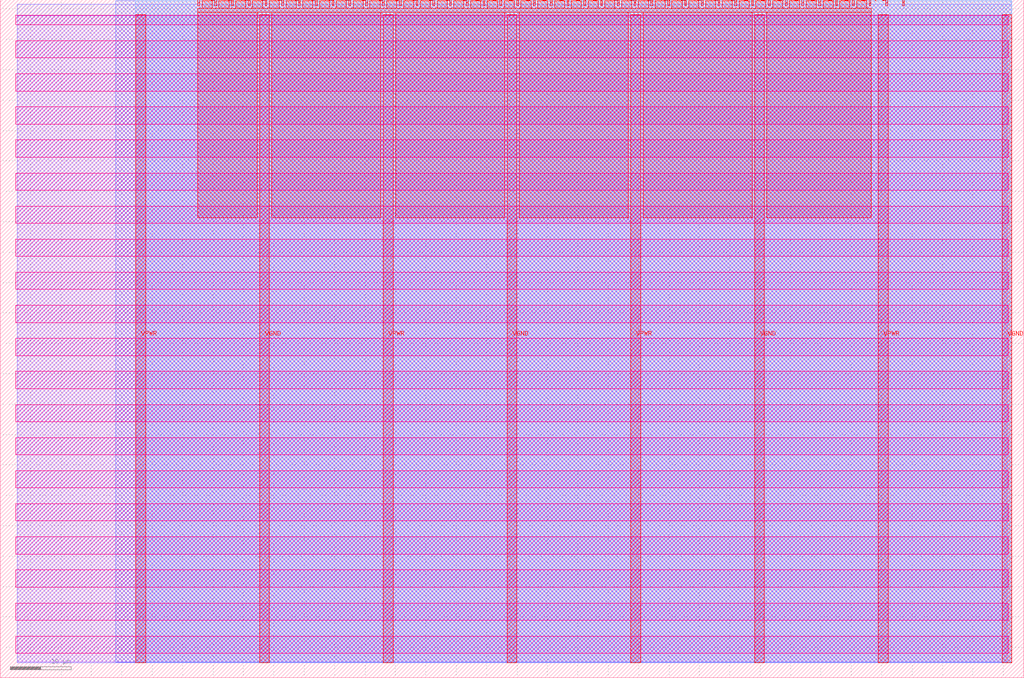
<source format=lef>
VERSION 5.7 ;
  NOWIREEXTENSIONATPIN ON ;
  DIVIDERCHAR "/" ;
  BUSBITCHARS "[]" ;
MACRO tt_um_Fiona_CMU
  CLASS BLOCK ;
  FOREIGN tt_um_Fiona_CMU ;
  ORIGIN 0.000 0.000 ;
  SIZE 168.360 BY 111.520 ;
  PIN VGND
    DIRECTION INOUT ;
    USE GROUND ;
    PORT
      LAYER met4 ;
        RECT 42.670 2.480 44.270 109.040 ;
    END
    PORT
      LAYER met4 ;
        RECT 83.380 2.480 84.980 109.040 ;
    END
    PORT
      LAYER met4 ;
        RECT 124.090 2.480 125.690 109.040 ;
    END
    PORT
      LAYER met4 ;
        RECT 164.800 2.480 166.400 109.040 ;
    END
  END VGND
  PIN VPWR
    DIRECTION INOUT ;
    USE POWER ;
    PORT
      LAYER met4 ;
        RECT 22.315 2.480 23.915 109.040 ;
    END
    PORT
      LAYER met4 ;
        RECT 63.025 2.480 64.625 109.040 ;
    END
    PORT
      LAYER met4 ;
        RECT 103.735 2.480 105.335 109.040 ;
    END
    PORT
      LAYER met4 ;
        RECT 144.445 2.480 146.045 109.040 ;
    END
  END VPWR
  PIN clk
    DIRECTION INPUT ;
    USE SIGNAL ;
    PORT
      LAYER met4 ;
        RECT 145.670 110.520 145.970 111.520 ;
    END
  END clk
  PIN ena
    DIRECTION INPUT ;
    USE SIGNAL ;
    PORT
      LAYER met4 ;
        RECT 148.430 110.520 148.730 111.520 ;
    END
  END ena
  PIN rst_n
    DIRECTION INPUT ;
    USE SIGNAL ;
    ANTENNAGATEAREA 0.196500 ;
    PORT
      LAYER met4 ;
        RECT 142.910 110.520 143.210 111.520 ;
    END
  END rst_n
  PIN ui_in[0]
    DIRECTION INPUT ;
    USE SIGNAL ;
    ANTENNAGATEAREA 0.213000 ;
    PORT
      LAYER met4 ;
        RECT 140.150 110.520 140.450 111.520 ;
    END
  END ui_in[0]
  PIN ui_in[1]
    DIRECTION INPUT ;
    USE SIGNAL ;
    ANTENNAGATEAREA 0.196500 ;
    PORT
      LAYER met4 ;
        RECT 137.390 110.520 137.690 111.520 ;
    END
  END ui_in[1]
  PIN ui_in[2]
    DIRECTION INPUT ;
    USE SIGNAL ;
    ANTENNAGATEAREA 0.196500 ;
    PORT
      LAYER met4 ;
        RECT 134.630 110.520 134.930 111.520 ;
    END
  END ui_in[2]
  PIN ui_in[3]
    DIRECTION INPUT ;
    USE SIGNAL ;
    ANTENNAGATEAREA 0.196500 ;
    PORT
      LAYER met4 ;
        RECT 131.870 110.520 132.170 111.520 ;
    END
  END ui_in[3]
  PIN ui_in[4]
    DIRECTION INPUT ;
    USE SIGNAL ;
    ANTENNAGATEAREA 0.196500 ;
    PORT
      LAYER met4 ;
        RECT 129.110 110.520 129.410 111.520 ;
    END
  END ui_in[4]
  PIN ui_in[5]
    DIRECTION INPUT ;
    USE SIGNAL ;
    ANTENNAGATEAREA 0.196500 ;
    PORT
      LAYER met4 ;
        RECT 126.350 110.520 126.650 111.520 ;
    END
  END ui_in[5]
  PIN ui_in[6]
    DIRECTION INPUT ;
    USE SIGNAL ;
    ANTENNAGATEAREA 0.196500 ;
    PORT
      LAYER met4 ;
        RECT 123.590 110.520 123.890 111.520 ;
    END
  END ui_in[6]
  PIN ui_in[7]
    DIRECTION INPUT ;
    USE SIGNAL ;
    ANTENNAGATEAREA 0.196500 ;
    PORT
      LAYER met4 ;
        RECT 120.830 110.520 121.130 111.520 ;
    END
  END ui_in[7]
  PIN uio_in[0]
    DIRECTION INPUT ;
    USE SIGNAL ;
    ANTENNAGATEAREA 0.196500 ;
    PORT
      LAYER met4 ;
        RECT 118.070 110.520 118.370 111.520 ;
    END
  END uio_in[0]
  PIN uio_in[1]
    DIRECTION INPUT ;
    USE SIGNAL ;
    ANTENNAGATEAREA 0.196500 ;
    PORT
      LAYER met4 ;
        RECT 115.310 110.520 115.610 111.520 ;
    END
  END uio_in[1]
  PIN uio_in[2]
    DIRECTION INPUT ;
    USE SIGNAL ;
    ANTENNAGATEAREA 0.196500 ;
    PORT
      LAYER met4 ;
        RECT 112.550 110.520 112.850 111.520 ;
    END
  END uio_in[2]
  PIN uio_in[3]
    DIRECTION INPUT ;
    USE SIGNAL ;
    PORT
      LAYER met4 ;
        RECT 109.790 110.520 110.090 111.520 ;
    END
  END uio_in[3]
  PIN uio_in[4]
    DIRECTION INPUT ;
    USE SIGNAL ;
    PORT
      LAYER met4 ;
        RECT 107.030 110.520 107.330 111.520 ;
    END
  END uio_in[4]
  PIN uio_in[5]
    DIRECTION INPUT ;
    USE SIGNAL ;
    PORT
      LAYER met4 ;
        RECT 104.270 110.520 104.570 111.520 ;
    END
  END uio_in[5]
  PIN uio_in[6]
    DIRECTION INPUT ;
    USE SIGNAL ;
    PORT
      LAYER met4 ;
        RECT 101.510 110.520 101.810 111.520 ;
    END
  END uio_in[6]
  PIN uio_in[7]
    DIRECTION INPUT ;
    USE SIGNAL ;
    PORT
      LAYER met4 ;
        RECT 98.750 110.520 99.050 111.520 ;
    END
  END uio_in[7]
  PIN uio_oe[0]
    DIRECTION OUTPUT TRISTATE ;
    USE SIGNAL ;
    PORT
      LAYER met4 ;
        RECT 51.830 110.520 52.130 111.520 ;
    END
  END uio_oe[0]
  PIN uio_oe[1]
    DIRECTION OUTPUT TRISTATE ;
    USE SIGNAL ;
    PORT
      LAYER met4 ;
        RECT 49.070 110.520 49.370 111.520 ;
    END
  END uio_oe[1]
  PIN uio_oe[2]
    DIRECTION OUTPUT TRISTATE ;
    USE SIGNAL ;
    PORT
      LAYER met4 ;
        RECT 46.310 110.520 46.610 111.520 ;
    END
  END uio_oe[2]
  PIN uio_oe[3]
    DIRECTION OUTPUT TRISTATE ;
    USE SIGNAL ;
    PORT
      LAYER met4 ;
        RECT 43.550 110.520 43.850 111.520 ;
    END
  END uio_oe[3]
  PIN uio_oe[4]
    DIRECTION OUTPUT TRISTATE ;
    USE SIGNAL ;
    PORT
      LAYER met4 ;
        RECT 40.790 110.520 41.090 111.520 ;
    END
  END uio_oe[4]
  PIN uio_oe[5]
    DIRECTION OUTPUT TRISTATE ;
    USE SIGNAL ;
    PORT
      LAYER met4 ;
        RECT 38.030 110.520 38.330 111.520 ;
    END
  END uio_oe[5]
  PIN uio_oe[6]
    DIRECTION OUTPUT TRISTATE ;
    USE SIGNAL ;
    PORT
      LAYER met4 ;
        RECT 35.270 110.520 35.570 111.520 ;
    END
  END uio_oe[6]
  PIN uio_oe[7]
    DIRECTION OUTPUT TRISTATE ;
    USE SIGNAL ;
    PORT
      LAYER met4 ;
        RECT 32.510 110.520 32.810 111.520 ;
    END
  END uio_oe[7]
  PIN uio_out[0]
    DIRECTION OUTPUT TRISTATE ;
    USE SIGNAL ;
    PORT
      LAYER met4 ;
        RECT 73.910 110.520 74.210 111.520 ;
    END
  END uio_out[0]
  PIN uio_out[1]
    DIRECTION OUTPUT TRISTATE ;
    USE SIGNAL ;
    PORT
      LAYER met4 ;
        RECT 71.150 110.520 71.450 111.520 ;
    END
  END uio_out[1]
  PIN uio_out[2]
    DIRECTION OUTPUT TRISTATE ;
    USE SIGNAL ;
    PORT
      LAYER met4 ;
        RECT 68.390 110.520 68.690 111.520 ;
    END
  END uio_out[2]
  PIN uio_out[3]
    DIRECTION OUTPUT TRISTATE ;
    USE SIGNAL ;
    PORT
      LAYER met4 ;
        RECT 65.630 110.520 65.930 111.520 ;
    END
  END uio_out[3]
  PIN uio_out[4]
    DIRECTION OUTPUT TRISTATE ;
    USE SIGNAL ;
    PORT
      LAYER met4 ;
        RECT 62.870 110.520 63.170 111.520 ;
    END
  END uio_out[4]
  PIN uio_out[5]
    DIRECTION OUTPUT TRISTATE ;
    USE SIGNAL ;
    PORT
      LAYER met4 ;
        RECT 60.110 110.520 60.410 111.520 ;
    END
  END uio_out[5]
  PIN uio_out[6]
    DIRECTION OUTPUT TRISTATE ;
    USE SIGNAL ;
    PORT
      LAYER met4 ;
        RECT 57.350 110.520 57.650 111.520 ;
    END
  END uio_out[6]
  PIN uio_out[7]
    DIRECTION OUTPUT TRISTATE ;
    USE SIGNAL ;
    PORT
      LAYER met4 ;
        RECT 54.590 110.520 54.890 111.520 ;
    END
  END uio_out[7]
  PIN uo_out[0]
    DIRECTION OUTPUT TRISTATE ;
    USE SIGNAL ;
    ANTENNADIFFAREA 0.911000 ;
    PORT
      LAYER met4 ;
        RECT 95.990 110.520 96.290 111.520 ;
    END
  END uo_out[0]
  PIN uo_out[1]
    DIRECTION OUTPUT TRISTATE ;
    USE SIGNAL ;
    ANTENNADIFFAREA 0.891000 ;
    PORT
      LAYER met4 ;
        RECT 93.230 110.520 93.530 111.520 ;
    END
  END uo_out[1]
  PIN uo_out[2]
    DIRECTION OUTPUT TRISTATE ;
    USE SIGNAL ;
    ANTENNADIFFAREA 0.891000 ;
    PORT
      LAYER met4 ;
        RECT 90.470 110.520 90.770 111.520 ;
    END
  END uo_out[2]
  PIN uo_out[3]
    DIRECTION OUTPUT TRISTATE ;
    USE SIGNAL ;
    ANTENNADIFFAREA 0.891000 ;
    PORT
      LAYER met4 ;
        RECT 87.710 110.520 88.010 111.520 ;
    END
  END uo_out[3]
  PIN uo_out[4]
    DIRECTION OUTPUT TRISTATE ;
    USE SIGNAL ;
    ANTENNADIFFAREA 0.891000 ;
    PORT
      LAYER met4 ;
        RECT 84.950 110.520 85.250 111.520 ;
    END
  END uo_out[4]
  PIN uo_out[5]
    DIRECTION OUTPUT TRISTATE ;
    USE SIGNAL ;
    ANTENNADIFFAREA 0.891000 ;
    PORT
      LAYER met4 ;
        RECT 82.190 110.520 82.490 111.520 ;
    END
  END uo_out[5]
  PIN uo_out[6]
    DIRECTION OUTPUT TRISTATE ;
    USE SIGNAL ;
    ANTENNADIFFAREA 0.891000 ;
    PORT
      LAYER met4 ;
        RECT 79.430 110.520 79.730 111.520 ;
    END
  END uo_out[6]
  PIN uo_out[7]
    DIRECTION OUTPUT TRISTATE ;
    USE SIGNAL ;
    ANTENNADIFFAREA 0.891000 ;
    PORT
      LAYER met4 ;
        RECT 76.670 110.520 76.970 111.520 ;
    END
  END uo_out[7]
  OBS
      LAYER nwell ;
        RECT 2.570 107.385 165.790 108.990 ;
        RECT 2.570 101.945 165.790 104.775 ;
        RECT 2.570 96.505 165.790 99.335 ;
        RECT 2.570 91.065 165.790 93.895 ;
        RECT 2.570 85.625 165.790 88.455 ;
        RECT 2.570 80.185 165.790 83.015 ;
        RECT 2.570 74.745 165.790 77.575 ;
        RECT 2.570 69.305 165.790 72.135 ;
        RECT 2.570 63.865 165.790 66.695 ;
        RECT 2.570 58.425 165.790 61.255 ;
        RECT 2.570 52.985 165.790 55.815 ;
        RECT 2.570 47.545 165.790 50.375 ;
        RECT 2.570 42.105 165.790 44.935 ;
        RECT 2.570 36.665 165.790 39.495 ;
        RECT 2.570 31.225 165.790 34.055 ;
        RECT 2.570 25.785 165.790 28.615 ;
        RECT 2.570 20.345 165.790 23.175 ;
        RECT 2.570 14.905 165.790 17.735 ;
        RECT 2.570 9.465 165.790 12.295 ;
        RECT 2.570 4.025 165.790 6.855 ;
      LAYER li1 ;
        RECT 2.760 2.635 165.600 108.885 ;
      LAYER met1 ;
        RECT 2.760 2.480 166.400 110.800 ;
      LAYER met2 ;
        RECT 18.960 2.535 166.370 111.365 ;
      LAYER met3 ;
        RECT 22.325 2.555 166.390 111.345 ;
      LAYER met4 ;
        RECT 33.210 110.120 34.870 111.345 ;
        RECT 35.970 110.120 37.630 111.345 ;
        RECT 38.730 110.120 40.390 111.345 ;
        RECT 41.490 110.120 43.150 111.345 ;
        RECT 44.250 110.120 45.910 111.345 ;
        RECT 47.010 110.120 48.670 111.345 ;
        RECT 49.770 110.120 51.430 111.345 ;
        RECT 52.530 110.120 54.190 111.345 ;
        RECT 55.290 110.120 56.950 111.345 ;
        RECT 58.050 110.120 59.710 111.345 ;
        RECT 60.810 110.120 62.470 111.345 ;
        RECT 63.570 110.120 65.230 111.345 ;
        RECT 66.330 110.120 67.990 111.345 ;
        RECT 69.090 110.120 70.750 111.345 ;
        RECT 71.850 110.120 73.510 111.345 ;
        RECT 74.610 110.120 76.270 111.345 ;
        RECT 77.370 110.120 79.030 111.345 ;
        RECT 80.130 110.120 81.790 111.345 ;
        RECT 82.890 110.120 84.550 111.345 ;
        RECT 85.650 110.120 87.310 111.345 ;
        RECT 88.410 110.120 90.070 111.345 ;
        RECT 91.170 110.120 92.830 111.345 ;
        RECT 93.930 110.120 95.590 111.345 ;
        RECT 96.690 110.120 98.350 111.345 ;
        RECT 99.450 110.120 101.110 111.345 ;
        RECT 102.210 110.120 103.870 111.345 ;
        RECT 104.970 110.120 106.630 111.345 ;
        RECT 107.730 110.120 109.390 111.345 ;
        RECT 110.490 110.120 112.150 111.345 ;
        RECT 113.250 110.120 114.910 111.345 ;
        RECT 116.010 110.120 117.670 111.345 ;
        RECT 118.770 110.120 120.430 111.345 ;
        RECT 121.530 110.120 123.190 111.345 ;
        RECT 124.290 110.120 125.950 111.345 ;
        RECT 127.050 110.120 128.710 111.345 ;
        RECT 129.810 110.120 131.470 111.345 ;
        RECT 132.570 110.120 134.230 111.345 ;
        RECT 135.330 110.120 136.990 111.345 ;
        RECT 138.090 110.120 139.750 111.345 ;
        RECT 140.850 110.120 142.510 111.345 ;
        RECT 32.495 109.440 143.225 110.120 ;
        RECT 32.495 75.655 42.270 109.440 ;
        RECT 44.670 75.655 62.625 109.440 ;
        RECT 65.025 75.655 82.980 109.440 ;
        RECT 85.380 75.655 103.335 109.440 ;
        RECT 105.735 75.655 123.690 109.440 ;
        RECT 126.090 75.655 143.225 109.440 ;
  END
END tt_um_Fiona_CMU
END LIBRARY


</source>
